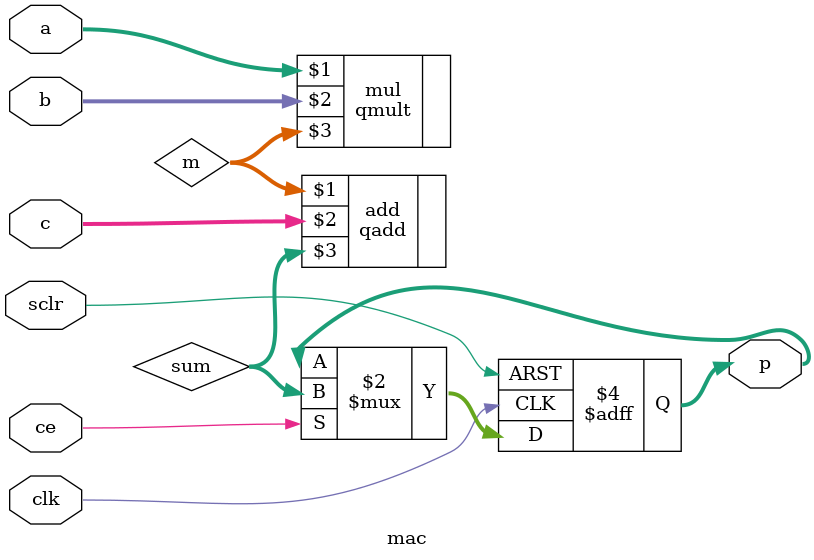
<source format=v>
module mac(
    input clk,sclr,ce,
    input [15:0] a,
    input [15:0] b,
    input [31:0] c,
    output reg [31:0] p
    );
    wire [31:0] sum;
    wire [31:0] m;

qmult #(8,16) mul(a,b,m);
qadd  #(16,32) add(m,c,sum);
 always@(posedge clk,posedge sclr)
 begin
 
 if(sclr)
 begin
 p<=0;
 end
 else if(ce)
 begin
p <= sum;
 //p <= (a*b+c);
 end
 end
endmodule

</source>
